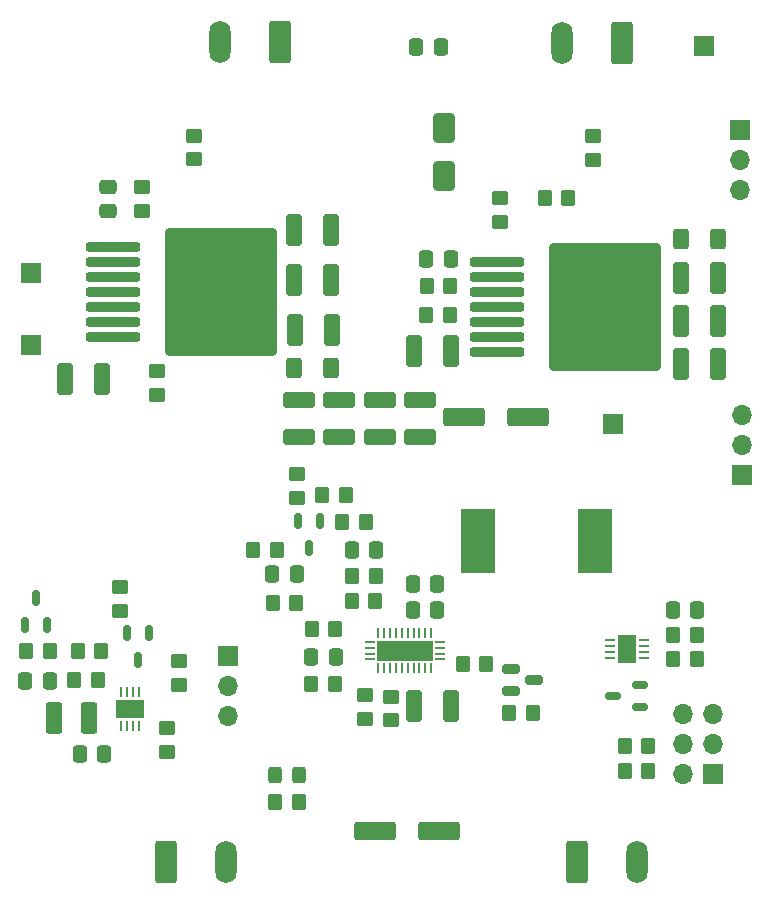
<source format=gbr>
%TF.GenerationSoftware,KiCad,Pcbnew,7.0.9*%
%TF.CreationDate,2024-02-29T12:22:54+05:30*%
%TF.ProjectId,RPS2,52505332-2e6b-4696-9361-645f70636258,rev?*%
%TF.SameCoordinates,Original*%
%TF.FileFunction,Soldermask,Top*%
%TF.FilePolarity,Negative*%
%FSLAX46Y46*%
G04 Gerber Fmt 4.6, Leading zero omitted, Abs format (unit mm)*
G04 Created by KiCad (PCBNEW 7.0.9) date 2024-02-29 12:22:54*
%MOMM*%
%LPD*%
G01*
G04 APERTURE LIST*
G04 Aperture macros list*
%AMRoundRect*
0 Rectangle with rounded corners*
0 $1 Rounding radius*
0 $2 $3 $4 $5 $6 $7 $8 $9 X,Y pos of 4 corners*
0 Add a 4 corners polygon primitive as box body*
4,1,4,$2,$3,$4,$5,$6,$7,$8,$9,$2,$3,0*
0 Add four circle primitives for the rounded corners*
1,1,$1+$1,$2,$3*
1,1,$1+$1,$4,$5*
1,1,$1+$1,$6,$7*
1,1,$1+$1,$8,$9*
0 Add four rect primitives between the rounded corners*
20,1,$1+$1,$2,$3,$4,$5,0*
20,1,$1+$1,$4,$5,$6,$7,0*
20,1,$1+$1,$6,$7,$8,$9,0*
20,1,$1+$1,$8,$9,$2,$3,0*%
G04 Aperture macros list end*
%ADD10RoundRect,0.250000X0.450000X-0.350000X0.450000X0.350000X-0.450000X0.350000X-0.450000X-0.350000X0*%
%ADD11RoundRect,0.190500X-0.541500X-0.206500X0.541500X-0.206500X0.541500X0.206500X-0.541500X0.206500X0*%
%ADD12RoundRect,0.150000X0.150000X-0.512500X0.150000X0.512500X-0.150000X0.512500X-0.150000X-0.512500X0*%
%ADD13RoundRect,0.250000X-0.650000X1.000000X-0.650000X-1.000000X0.650000X-1.000000X0.650000X1.000000X0*%
%ADD14RoundRect,0.250000X0.337500X0.475000X-0.337500X0.475000X-0.337500X-0.475000X0.337500X-0.475000X0*%
%ADD15RoundRect,0.250000X-0.412500X-1.100000X0.412500X-1.100000X0.412500X1.100000X-0.412500X1.100000X0*%
%ADD16RoundRect,0.250000X-1.100000X0.412500X-1.100000X-0.412500X1.100000X-0.412500X1.100000X0.412500X0*%
%ADD17R,1.700000X1.700000*%
%ADD18RoundRect,0.250000X0.650000X1.550000X-0.650000X1.550000X-0.650000X-1.550000X0.650000X-1.550000X0*%
%ADD19O,1.800000X3.600000*%
%ADD20RoundRect,0.250000X0.350000X0.450000X-0.350000X0.450000X-0.350000X-0.450000X0.350000X-0.450000X0*%
%ADD21O,1.700000X1.700000*%
%ADD22RoundRect,0.250000X-0.350000X-0.450000X0.350000X-0.450000X0.350000X0.450000X-0.350000X0.450000X0*%
%ADD23R,2.900000X5.400000*%
%ADD24RoundRect,0.250000X-1.500000X-0.550000X1.500000X-0.550000X1.500000X0.550000X-1.500000X0.550000X0*%
%ADD25RoundRect,0.150000X-0.150000X0.512500X-0.150000X-0.512500X0.150000X-0.512500X0.150000X0.512500X0*%
%ADD26RoundRect,0.250000X0.412500X1.100000X-0.412500X1.100000X-0.412500X-1.100000X0.412500X-1.100000X0*%
%ADD27RoundRect,0.150000X0.512500X0.150000X-0.512500X0.150000X-0.512500X-0.150000X0.512500X-0.150000X0*%
%ADD28RoundRect,0.250000X-0.650000X-1.550000X0.650000X-1.550000X0.650000X1.550000X-0.650000X1.550000X0*%
%ADD29RoundRect,0.250000X-0.475000X0.337500X-0.475000X-0.337500X0.475000X-0.337500X0.475000X0.337500X0*%
%ADD30RoundRect,0.250000X-0.450000X0.350000X-0.450000X-0.350000X0.450000X-0.350000X0.450000X0.350000X0*%
%ADD31RoundRect,0.200000X-2.100000X-0.200000X2.100000X-0.200000X2.100000X0.200000X-2.100000X0.200000X0*%
%ADD32RoundRect,0.250002X-4.449998X-5.149998X4.449998X-5.149998X4.449998X5.149998X-4.449998X5.149998X0*%
%ADD33RoundRect,0.250000X-0.400000X-0.625000X0.400000X-0.625000X0.400000X0.625000X-0.400000X0.625000X0*%
%ADD34RoundRect,0.250000X-0.337500X-0.475000X0.337500X-0.475000X0.337500X0.475000X-0.337500X0.475000X0*%
%ADD35R,1.650000X2.380000*%
%ADD36RoundRect,0.062500X0.362500X0.062500X-0.362500X0.062500X-0.362500X-0.062500X0.362500X-0.062500X0*%
%ADD37R,2.380000X1.650000*%
%ADD38RoundRect,0.062500X0.062500X-0.362500X0.062500X0.362500X-0.062500X0.362500X-0.062500X-0.362500X0*%
%ADD39R,4.750000X1.700000*%
%ADD40RoundRect,0.062500X0.337500X-0.062500X0.337500X0.062500X-0.337500X0.062500X-0.337500X-0.062500X0*%
%ADD41RoundRect,0.062500X0.062500X-0.350000X0.062500X0.350000X-0.062500X0.350000X-0.062500X-0.350000X0*%
%ADD42RoundRect,0.250000X-0.325000X-0.450000X0.325000X-0.450000X0.325000X0.450000X-0.325000X0.450000X0*%
%ADD43RoundRect,0.250001X0.462499X1.074999X-0.462499X1.074999X-0.462499X-1.074999X0.462499X-1.074999X0*%
G04 APERTURE END LIST*
D10*
%TO.C,R4*%
X95123000Y-101314000D03*
X95123000Y-99314000D03*
%TD*%
D11*
%TO.C,Q2*%
X107503400Y-97068600D03*
X107503400Y-98968600D03*
X109463400Y-98018600D03*
%TD*%
D12*
%TO.C,Q5*%
X66334600Y-93314100D03*
X68234600Y-93314100D03*
X67284600Y-91039100D03*
%TD*%
D13*
%TO.C,D2*%
X101777800Y-51314600D03*
X101777800Y-55314600D03*
%TD*%
D14*
%TO.C,C17*%
X68434900Y-98069400D03*
X66359900Y-98069400D03*
%TD*%
D15*
%TO.C,C16*%
X69748400Y-72567800D03*
X72873400Y-72567800D03*
%TD*%
D16*
%TO.C,C10*%
X99813000Y-74319600D03*
X99813000Y-77444600D03*
%TD*%
D17*
%TO.C,IMON1*%
X116154200Y-76301600D03*
%TD*%
D18*
%TO.C,Vout1*%
X87960200Y-44018200D03*
D19*
X82880200Y-44018200D03*
%TD*%
D14*
%TO.C,C12*%
X73057700Y-104267000D03*
X70982700Y-104267000D03*
%TD*%
D20*
%TO.C,R25*%
X102307500Y-67132200D03*
X100307500Y-67132200D03*
%TD*%
D14*
%TO.C,C26*%
X101541300Y-44455900D03*
X99466300Y-44455900D03*
%TD*%
D17*
%TO.C,RV1*%
X127050800Y-80695800D03*
D21*
X127050800Y-78155800D03*
X127050800Y-75615800D03*
%TD*%
D14*
%TO.C,C5*%
X92629900Y-96037400D03*
X90554900Y-96037400D03*
%TD*%
D22*
%TO.C,R21*%
X70791600Y-95554800D03*
X72791600Y-95554800D03*
%TD*%
D10*
%TO.C,R7*%
X74357000Y-92151200D03*
X74357000Y-90151200D03*
%TD*%
D17*
%TO.C,TEMP1*%
X66827400Y-69672200D03*
%TD*%
D23*
%TO.C,L1*%
X114576400Y-86207600D03*
X104676400Y-86207600D03*
%TD*%
D10*
%TO.C,R20*%
X78395600Y-104073200D03*
X78395600Y-102073200D03*
%TD*%
D24*
%TO.C,C1*%
X95979000Y-110769400D03*
X101379000Y-110769400D03*
%TD*%
D25*
%TO.C,Q3*%
X76866600Y-94005400D03*
X74966600Y-94005400D03*
X75916600Y-96280400D03*
%TD*%
D26*
%TO.C,C22*%
X92252800Y-64109600D03*
X89127800Y-64109600D03*
%TD*%
D15*
%TO.C,C15*%
X99237000Y-70129400D03*
X102362000Y-70129400D03*
%TD*%
D22*
%TO.C,R22*%
X70486800Y-98044000D03*
X72486800Y-98044000D03*
%TD*%
D27*
%TO.C,Q1*%
X118367700Y-100338000D03*
X118367700Y-98438000D03*
X116092700Y-99388000D03*
%TD*%
D28*
%TO.C,Vin1*%
X78308200Y-113436400D03*
D19*
X83388200Y-113436400D03*
%TD*%
D26*
%TO.C,C23*%
X124993400Y-63957200D03*
X121868400Y-63957200D03*
%TD*%
D29*
%TO.C,C19*%
X73395800Y-56258500D03*
X73395800Y-58333500D03*
%TD*%
D20*
%TO.C,R15*%
X119120200Y-103568600D03*
X117120200Y-103568600D03*
%TD*%
D10*
%TO.C,R19*%
X89357200Y-82575400D03*
X89357200Y-80575400D03*
%TD*%
D20*
%TO.C,R12*%
X89315800Y-91490800D03*
X87315800Y-91490800D03*
%TD*%
D17*
%TO.C,RV2*%
X126847600Y-51409600D03*
D21*
X126847600Y-53949600D03*
X126847600Y-56489600D03*
%TD*%
D26*
%TO.C,C21*%
X124993400Y-71272400D03*
X121868400Y-71272400D03*
%TD*%
D30*
%TO.C,R28*%
X106514500Y-57216800D03*
X106514500Y-59216800D03*
%TD*%
D31*
%TO.C,IC2*%
X106327500Y-62661800D03*
X106327500Y-63931800D03*
X106327500Y-65201800D03*
X106327500Y-66471800D03*
X106327500Y-67741800D03*
X106327500Y-69011800D03*
X106327500Y-70281800D03*
D32*
X115477500Y-66471800D03*
%TD*%
D20*
%TO.C,DNP1*%
X96021400Y-89230200D03*
X94021400Y-89230200D03*
%TD*%
D16*
%TO.C,C11*%
X96367600Y-74307300D03*
X96367600Y-77432300D03*
%TD*%
D30*
%TO.C,R24*%
X76215200Y-56286600D03*
X76215200Y-58286600D03*
%TD*%
D17*
%TO.C,SW1*%
X83489800Y-96001600D03*
D21*
X83489800Y-98541600D03*
X83489800Y-101081600D03*
%TD*%
D33*
%TO.C,R31*%
X121880900Y-60655200D03*
X124980900Y-60655200D03*
%TD*%
D20*
%TO.C,R17*%
X119120200Y-105702200D03*
X117120200Y-105702200D03*
%TD*%
D16*
%TO.C,C13*%
X92938600Y-74307300D03*
X92938600Y-77432300D03*
%TD*%
D34*
%TO.C,C2*%
X121171100Y-92123600D03*
X123246100Y-92123600D03*
%TD*%
D20*
%TO.C,R11*%
X96005400Y-91338400D03*
X94005400Y-91338400D03*
%TD*%
D26*
%TO.C,C20*%
X92303600Y-68376800D03*
X89178600Y-68376800D03*
%TD*%
D22*
%TO.C,R23*%
X100332900Y-64668400D03*
X102332900Y-64668400D03*
%TD*%
%TO.C,R13*%
X90592400Y-93726000D03*
X92592400Y-93726000D03*
%TD*%
D33*
%TO.C,R30*%
X89102600Y-71602600D03*
X92202600Y-71602600D03*
%TD*%
D20*
%TO.C,R18*%
X93490800Y-82346800D03*
X91490800Y-82346800D03*
%TD*%
D14*
%TO.C,C6*%
X101240500Y-92125800D03*
X99165500Y-92125800D03*
%TD*%
D35*
%TO.C,U1*%
X117297200Y-95375000D03*
D36*
X115847200Y-96125000D03*
X115847200Y-95625000D03*
X115847200Y-95125000D03*
X115847200Y-94625000D03*
X118747200Y-94625000D03*
X118747200Y-95125000D03*
X118747200Y-95625000D03*
X118747200Y-96125000D03*
%TD*%
D20*
%TO.C,R27*%
X112340500Y-57200800D03*
X110340500Y-57200800D03*
%TD*%
D37*
%TO.C,U2*%
X75246000Y-100457000D03*
D38*
X74496000Y-99007000D03*
X74996000Y-99007000D03*
X75496000Y-99007000D03*
X75996000Y-99007000D03*
X75996000Y-101907000D03*
X75496000Y-101907000D03*
X74996000Y-101907000D03*
X74496000Y-101907000D03*
%TD*%
D14*
%TO.C,C7*%
X89349400Y-89077800D03*
X87274400Y-89077800D03*
%TD*%
D20*
%TO.C,R10*%
X123234000Y-94206400D03*
X121234000Y-94206400D03*
%TD*%
D22*
%TO.C,R5*%
X87519000Y-108356400D03*
X89519000Y-108356400D03*
%TD*%
D34*
%TO.C,C4*%
X99165500Y-89865200D03*
X101240500Y-89865200D03*
%TD*%
D15*
%TO.C,C3*%
X99300900Y-100177600D03*
X102425900Y-100177600D03*
%TD*%
D26*
%TO.C,C25*%
X124993400Y-67614800D03*
X121868400Y-67614800D03*
%TD*%
D31*
%TO.C,IC3*%
X73767600Y-61334600D03*
X73767600Y-62604600D03*
X73767600Y-63874600D03*
X73767600Y-65144600D03*
X73767600Y-66414600D03*
X73767600Y-67684600D03*
X73767600Y-68954600D03*
D32*
X82917600Y-65144600D03*
%TD*%
D17*
%TO.C,J1*%
X124551400Y-105966600D03*
D21*
X122011400Y-105966600D03*
X124551400Y-103426600D03*
X122011400Y-103426600D03*
X124551400Y-100886600D03*
X122011400Y-100886600D03*
%TD*%
D39*
%TO.C,IC1*%
X98483800Y-95521400D03*
D40*
X95508800Y-96271400D03*
X95508800Y-95771400D03*
X95508800Y-95271400D03*
X95508800Y-94771400D03*
D41*
X96233800Y-94058900D03*
X96733800Y-94058900D03*
X97233800Y-94058900D03*
X97733800Y-94058900D03*
X98233800Y-94058900D03*
X98733800Y-94058900D03*
X99233800Y-94058900D03*
X99733800Y-94058900D03*
X100233800Y-94058900D03*
X100733800Y-94058900D03*
D40*
X101458800Y-94771400D03*
X101458800Y-95271400D03*
X101458800Y-95771400D03*
X101458800Y-96271400D03*
D41*
X100733800Y-96983900D03*
X100233800Y-96983900D03*
X99733800Y-96983900D03*
X99233800Y-96983900D03*
X98733800Y-96983900D03*
X98233800Y-96983900D03*
X97733800Y-96983900D03*
X97233800Y-96983900D03*
X96733800Y-96983900D03*
X96233800Y-96983900D03*
%TD*%
D20*
%TO.C,R2*%
X105394000Y-96697800D03*
X103394000Y-96697800D03*
%TD*%
%TO.C,R6*%
X92567000Y-98374200D03*
X90567000Y-98374200D03*
%TD*%
%TO.C,R14*%
X87664800Y-86995000D03*
X85664800Y-86995000D03*
%TD*%
D16*
%TO.C,C14*%
X89509600Y-74332700D03*
X89509600Y-77457700D03*
%TD*%
D10*
%TO.C,R3*%
X97332800Y-101431600D03*
X97332800Y-99431600D03*
%TD*%
D30*
%TO.C,R26*%
X77494000Y-71843800D03*
X77494000Y-73843800D03*
%TD*%
D34*
%TO.C,C18*%
X100320800Y-62331600D03*
X102395800Y-62331600D03*
%TD*%
D20*
%TO.C,R9*%
X123234000Y-96238400D03*
X121234000Y-96238400D03*
%TD*%
D24*
%TO.C,C8*%
X103497400Y-75768200D03*
X108897400Y-75768200D03*
%TD*%
D17*
%TO.C,GND2*%
X123850400Y-44323000D03*
%TD*%
D22*
%TO.C,R29*%
X66437000Y-95529400D03*
X68437000Y-95529400D03*
%TD*%
D42*
%TO.C,D1*%
X87519400Y-106045000D03*
X89569400Y-106045000D03*
%TD*%
D17*
%TO.C,TEMP2*%
X66878200Y-63550800D03*
%TD*%
D28*
%TO.C,GND1*%
X113047500Y-113416900D03*
D19*
X118127500Y-113416900D03*
%TD*%
D14*
%TO.C,C9*%
X96058900Y-86969600D03*
X93983900Y-86969600D03*
%TD*%
D43*
%TO.C,L2*%
X71780500Y-101193600D03*
X68805500Y-101193600D03*
%TD*%
D25*
%TO.C,Q4*%
X90373200Y-86811700D03*
X89423200Y-84536700D03*
X91323200Y-84536700D03*
%TD*%
D30*
%TO.C,R8*%
X79335400Y-96409000D03*
X79335400Y-98409000D03*
%TD*%
D20*
%TO.C,R16*%
X95183200Y-84632800D03*
X93183200Y-84632800D03*
%TD*%
D30*
%TO.C,R33*%
X114427000Y-51984400D03*
X114427000Y-53984400D03*
%TD*%
D26*
%TO.C,C24*%
X92252800Y-59893200D03*
X89127800Y-59893200D03*
%TD*%
D22*
%TO.C,R1*%
X107305600Y-100812600D03*
X109305600Y-100812600D03*
%TD*%
D30*
%TO.C,R32*%
X80643600Y-51920800D03*
X80643600Y-53920800D03*
%TD*%
D18*
%TO.C,GND3*%
X116873300Y-44088500D03*
D19*
X111793300Y-44088500D03*
%TD*%
M02*

</source>
